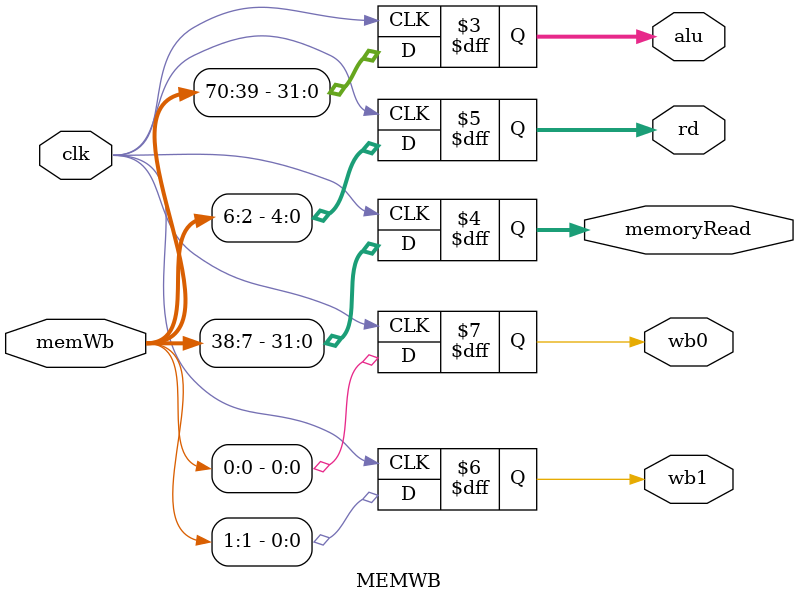
<source format=v>
module MEMWB( output reg [31:0] alu,output reg [31:0] memoryRead,
output reg [4:0] rd,output reg wb1,wb0,
input[70:0] memWb,input clk);

initial
begin
alu=0;
memoryRead=0;
rd=0;
wb1=0;
wb0=0;
end

always @(posedge clk)
begin

alu <= memWb[70:39];
memoryRead <= memWb[38:7];
rd <= memWb[6:2];
wb1 <= memWb[1];
wb0 <= memWb[0];

end
endmodule
</source>
